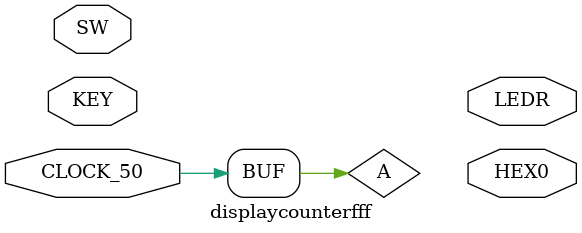
<source format=v>







module mux (SW, A,B,C,D,T);
	input [1:0] SW;
	input A,B,C,D;
	output T;
	reg out; // target of assignment
	always @(*)
    begin

		case (SW[1:0])
        2'b00: out = A;
        2'b01: out = B;
        2'b10: out = C;
        2'b11: out = D;
   	endcase
	end
   assign T = out;
endmodule

module displaycounterfff (SW,KEY,CLOCK_50,LEDR,HEX0);
input [9:0] SW;
input [2:0] KEY;
input CLOCK_50;
output [9:0] LEDR;
output [6:0] HEX0;
wire A,B,C,D,E;
wire [3:0] Q;
reg edda;
always @(SW)
    begin
        case (SW[1:0])
        2'b00: edda = CLOCK_50;
        2'b01: edda = B;
        2'b10: edda = C;
        2'b11: edda = D;
    endcase
end
assign E = edda;
assign A = CLOCK_50;

endmodule
</source>
